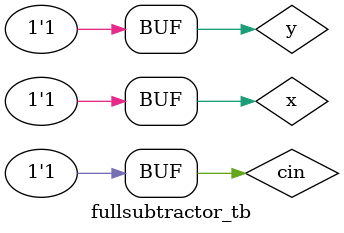
<source format=v>
module FULLSUBTRACTOR(a,b,c,diff,bor);
  input a,b,c;
  output diff,bor;
  
  wire w1;
  
  xor x1(diff,a,b,c);
  not n1(w1,a);
  and a1(w2,w1,b);
  and a2(w3,w1,c);
  and a3(w4,b,c);
  or o1(bor,w2,w3,w4);
endmodule

module fullsubtractor_tb;
  reg x,y,cin;
  wire diff,bor;
  FULLSUBTRACTOR f1(x,y,cin,diff,bor);
  initial
    begin
       x=0; y=0; cin=0;
     #50  x=0; y=0; cin=1;
     #50  x=0; y=1; cin=0;
     #50  x=0; y=1; cin=1;
     #50  x=1; y=0; cin=0;
     #50  x=1; y=0; cin=1;
     #50  x=1; y=1; cin=0;
     #50  x=1; y=1; cin=1;
     
   end
   
   
  initial
   $monitor("Time:%d, Value of x = %b, Value of y = %o, Value of cin = %b, Value of diff=%d,Value of bor=%d", $time,x,y,cin,diff,bor);
 endmodule
</source>
